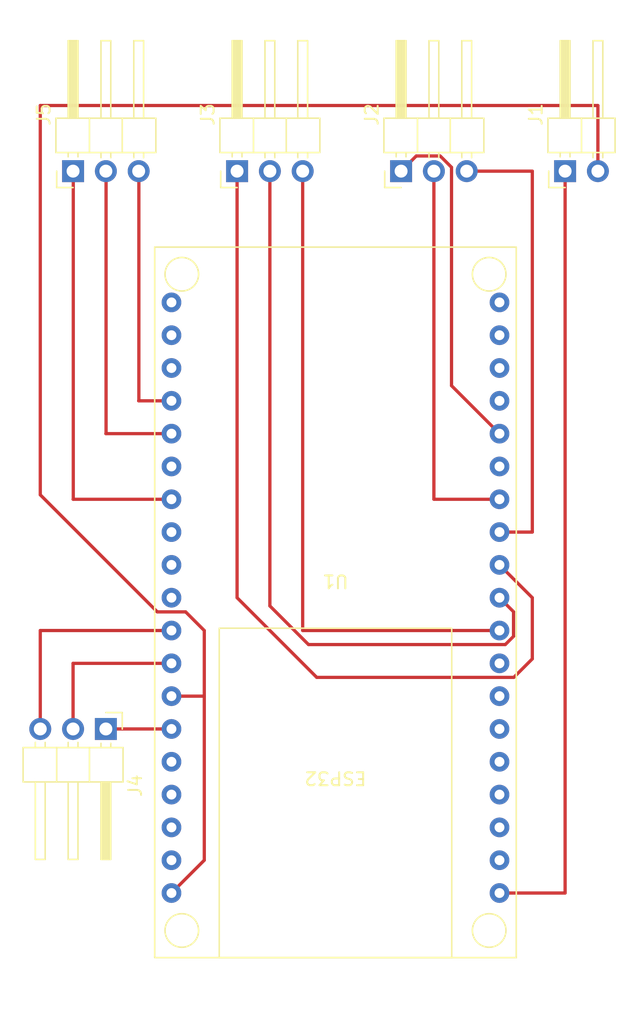
<source format=kicad_pcb>
(kicad_pcb (version 20211014) (generator pcbnew)
  (layers (0 "F.Cu" signal) (31 "B.Cu" signal) (34 "B.Paste" user) (35 "F.Paste" user) (36 "B.SilkS" user "B.Silkscreen") (37 "F.SilkS" user "F.Silkscreen") (38 "B.Mask" user) (39 "F.Mask" user) (44 "Edge.Cuts" user))
  (net 0 "")
  (net 1 "+3.3V")
  (net 2 "GND")
  (net 3 "Net-(J2-Pad1)")
  (net 4 "Net-(J2-Pad2)")
  (net 5 "Net-(J2-Pad3)")
  (net 6 "Net-(J3-Pad1)")
  (net 7 "Net-(J3-Pad2)")
  (net 8 "Net-(J3-Pad3)")
  (net 9 "Net-(J4-Pad1)")
  (net 10 "Net-(J4-Pad2)")
  (net 11 "Net-(J4-Pad3)")
  (net 12 "Net-(J5-Pad1)")
  (net 13 "Net-(J5-Pad2)")
  (net 14 "Net-(J5-Pad3)")
  (footprint "Connector_PinHeader_2.54mm:PinHeader_1x03_P2.54mm_Horizontal" (layer "F.Cu") (at 96.52 35.56 90)
    (fp_text reference "J2" (at 4.385 -2.27 90) (layer "F.SilkS"))
    (fp_text value "RGB_Control_Connector")
    (fp_line (start 1.042929 5.46) (end 1.44 5.46) (layer "F.SilkS") (width 0.12))
    (fp_line (start 4.1 -0.32) (end 10.1 -0.32) (layer "F.SilkS") (width 0.12))
    (fp_line (start 4.1 4.7) (end 10.1 4.7) (layer "F.SilkS") (width 0.12))
    (fp_line (start -1.27 -1.27) (end 0 -1.27) (layer "F.SilkS") (width 0.12))
    (fp_line (start 4.1 2.16) (end 10.1 2.16) (layer "F.SilkS") (width 0.12))
    (fp_line (start 4.1 0.28) (end 10.1 0.28) (layer "F.SilkS") (width 0.12))
    (fp_line (start 1.042929 2.92) (end 1.44 2.92) (layer "F.SilkS") (width 0.12))
    (fp_line (start 4.1 6.41) (end 4.1 -1.33) (layer "F.SilkS") (width 0.12))
    (fp_line (start 1.44 -1.33) (end 1.44 6.41) (layer "F.SilkS") (width 0.12))
    (fp_line (start 1.44 6.41) (end 4.1 6.41) (layer "F.SilkS") (width 0.12))
    (fp_line (start 10.1 4.7) (end 10.1 5.46) (layer "F.SilkS") (width 0.12))
    (fp_line (start 4.1 0.16) (end 10.1 0.16) (layer "F.SilkS") (width 0.12))
    (fp_line (start 1.44 3.81) (end 4.1 3.81) (layer "F.SilkS") (width 0.12))
    (fp_line (start 10.1 2.92) (end 4.1 2.92) (layer "F.SilkS") (width 0.12))
    (fp_line (start 10.1 -0.38) (end 10.1 0.38) (layer "F.SilkS") (width 0.12))
    (fp_line (start 10.1 5.46) (end 4.1 5.46) (layer "F.SilkS") (width 0.12))
    (fp_line (start -1.27 0) (end -1.27 -1.27) (layer "F.SilkS") (width 0.12))
    (fp_line (start 1.44 1.27) (end 4.1 1.27) (layer "F.SilkS") (width 0.12))
    (fp_line (start 1.11 0.38) (end 1.44 0.38) (layer "F.SilkS") (width 0.12))
    (fp_line (start 1.042929 4.7) (end 1.44 4.7) (layer "F.SilkS") (width 0.12))
    (fp_line (start 4.1 -1.33) (end 1.44 -1.33) (layer "F.SilkS") (width 0.12))
    (fp_line (start 4.1 -0.38) (end 10.1 -0.38) (layer "F.SilkS") (width 0.12))
    (fp_line (start 4.1 0.04) (end 10.1 0.04) (layer "F.SilkS") (width 0.12))
    (fp_line (start 1.042929 2.16) (end 1.44 2.16) (layer "F.SilkS") (width 0.12))
    (fp_line (start 10.1 2.16) (end 10.1 2.92) (layer "F.SilkS") (width 0.12))
    (fp_line (start 1.11 -0.38) (end 1.44 -0.38) (layer "F.SilkS") (width 0.12))
    (fp_line (start 10.1 0.38) (end 4.1 0.38) (layer "F.SilkS") (width 0.12))
    (fp_line (start 4.1 -0.08) (end 10.1 -0.08) (layer "F.SilkS") (width 0.12))
    (fp_line (start 4.1 -0.2) (end 10.1 -0.2) (layer "F.SilkS") (width 0.12))
    (pad "1" thru_hole rect (at 0 0 90) (size 1.7 1.7) (drill 1) (layers *.Cu *.Mask) (net 3 "Net-(J2-Pad1)"))
    (pad "2" thru_hole oval (at 0 2.54 90) (size 1.7 1.7) (drill 1) (layers *.Cu *.Mask) (net 4 "Net-(J2-Pad2)"))
    (pad "3" thru_hole oval (at 0 5.08 90) (size 1.7 1.7) (drill 1) (layers *.Cu *.Mask) (net 5 "Net-(J2-Pad3)"))
  )
  (footprint "Connector_PinHeader_2.54mm:PinHeader_1x02_P2.54mm_Horizontal" (layer "F.Cu") (at 109.22 35.56 90)
    (fp_text reference "J1" (at 4.385 -2.27 90) (layer "F.SilkS"))
    (fp_text value "Power_Conn")
    (fp_line (start 1.44 1.27) (end 4.1 1.27) (layer "F.SilkS") (width 0.12))
    (fp_line (start 1.042929 2.92) (end 1.44 2.92) (layer "F.SilkS") (width 0.12))
    (fp_line (start -1.27 0) (end -1.27 -1.27) (layer "F.SilkS") (width 0.12))
    (fp_line (start 10.1 2.92) (end 4.1 2.92) (layer "F.SilkS") (width 0.12))
    (fp_line (start 1.44 -1.33) (end 1.44 3.87) (layer "F.SilkS") (width 0.12))
    (fp_line (start 4.1 -0.08) (end 10.1 -0.08) (layer "F.SilkS") (width 0.12))
    (fp_line (start 4.1 0.16) (end 10.1 0.16) (layer "F.SilkS") (width 0.12))
    (fp_line (start 1.11 0.38) (end 1.44 0.38) (layer "F.SilkS") (width 0.12))
    (fp_line (start 4.1 2.16) (end 10.1 2.16) (layer "F.SilkS") (width 0.12))
    (fp_line (start 4.1 0.04) (end 10.1 0.04) (layer "F.SilkS") (width 0.12))
    (fp_line (start 10.1 -0.38) (end 10.1 0.38) (layer "F.SilkS") (width 0.12))
    (fp_line (start 1.11 -0.38) (end 1.44 -0.38) (layer "F.SilkS") (width 0.12))
    (fp_line (start 4.1 0.28) (end 10.1 0.28) (layer "F.SilkS") (width 0.12))
    (fp_line (start 4.1 -0.32) (end 10.1 -0.32) (layer "F.SilkS") (width 0.12))
    (fp_line (start 4.1 -0.2) (end 10.1 -0.2) (layer "F.SilkS") (width 0.12))
    (fp_line (start -1.27 -1.27) (end 0 -1.27) (layer "F.SilkS") (width 0.12))
    (fp_line (start 1.44 3.87) (end 4.1 3.87) (layer "F.SilkS") (width 0.12))
    (fp_line (start 1.042929 2.16) (end 1.44 2.16) (layer "F.SilkS") (width 0.12))
    (fp_line (start 10.1 0.38) (end 4.1 0.38) (layer "F.SilkS") (width 0.12))
    (fp_line (start 4.1 -1.33) (end 1.44 -1.33) (layer "F.SilkS") (width 0.12))
    (fp_line (start 10.1 2.16) (end 10.1 2.92) (layer "F.SilkS") (width 0.12))
    (fp_line (start 4.1 -0.38) (end 10.1 -0.38) (layer "F.SilkS") (width 0.12))
    (fp_line (start 4.1 3.87) (end 4.1 -1.33) (layer "F.SilkS") (width 0.12))
    (pad "1" thru_hole rect (at 0 0 90) (size 1.7 1.7) (drill 1) (layers *.Cu *.Mask) (net 1 "+3.3V"))
    (pad "2" thru_hole oval (at 0 2.54 90) (size 1.7 1.7) (drill 1) (layers *.Cu *.Mask) (net 2 "GND"))
  )
  (footprint "Connector_PinHeader_2.54mm:PinHeader_1x03_P2.54mm_Horizontal" (layer "F.Cu") (at 73.66 78.74 -90)
    (fp_text reference "J4" (at 4.385 -2.27 90) (layer "F.SilkS"))
    (fp_text value "RGB_Control_Connector")
    (fp_line (start 1.44 1.27) (end 4.1 1.27) (layer "F.SilkS") (width 0.12))
    (fp_line (start 4.1 -0.32) (end 10.1 -0.32) (layer "F.SilkS") (width 0.12))
    (fp_line (start 4.1 -0.2) (end 10.1 -0.2) (layer "F.SilkS") (width 0.12))
    (fp_line (start 4.1 0.04) (end 10.1 0.04) (layer "F.SilkS") (width 0.12))
    (fp_line (start 10.1 4.7) (end 10.1 5.46) (layer "F.SilkS") (width 0.12))
    (fp_line (start 4.1 -0.08) (end 10.1 -0.08) (layer "F.SilkS") (width 0.12))
    (fp_line (start 1.042929 4.7) (end 1.44 4.7) (layer "F.SilkS") (width 0.12))
    (fp_line (start 10.1 2.92) (end 4.1 2.92) (layer "F.SilkS") (width 0.12))
    (fp_line (start -1.27 0) (end -1.27 -1.27) (layer "F.SilkS") (width 0.12))
    (fp_line (start 4.1 0.28) (end 10.1 0.28) (layer "F.SilkS") (width 0.12))
    (fp_line (start 10.1 -0.38) (end 10.1 0.38) (layer "F.SilkS") (width 0.12))
    (fp_line (start 1.042929 5.46) (end 1.44 5.46) (layer "F.SilkS") (width 0.12))
    (fp_line (start 1.44 6.41) (end 4.1 6.41) (layer "F.SilkS") (width 0.12))
    (fp_line (start 10.1 5.46) (end 4.1 5.46) (layer "F.SilkS") (width 0.12))
    (fp_line (start 1.44 -1.33) (end 1.44 6.41) (layer "F.SilkS") (width 0.12))
    (fp_line (start 1.042929 2.92) (end 1.44 2.92) (layer "F.SilkS") (width 0.12))
    (fp_line (start 10.1 2.16) (end 10.1 2.92) (layer "F.SilkS") (width 0.12))
    (fp_line (start 1.042929 2.16) (end 1.44 2.16) (layer "F.SilkS") (width 0.12))
    (fp_line (start 4.1 -0.38) (end 10.1 -0.38) (layer "F.SilkS") (width 0.12))
    (fp_line (start 4.1 -1.33) (end 1.44 -1.33) (layer "F.SilkS") (width 0.12))
    (fp_line (start 1.11 -0.38) (end 1.44 -0.38) (layer "F.SilkS") (width 0.12))
    (fp_line (start 4.1 0.16) (end 10.1 0.16) (layer "F.SilkS") (width 0.12))
    (fp_line (start 4.1 2.16) (end 10.1 2.16) (layer "F.SilkS") (width 0.12))
    (fp_line (start 1.44 3.81) (end 4.1 3.81) (layer "F.SilkS") (width 0.12))
    (fp_line (start 4.1 4.7) (end 10.1 4.7) (layer "F.SilkS") (width 0.12))
    (fp_line (start 10.1 0.38) (end 4.1 0.38) (layer "F.SilkS") (width 0.12))
    (fp_line (start 4.1 6.41) (end 4.1 -1.33) (layer "F.SilkS") (width 0.12))
    (fp_line (start 1.11 0.38) (end 1.44 0.38) (layer "F.SilkS") (width 0.12))
    (fp_line (start -1.27 -1.27) (end 0 -1.27) (layer "F.SilkS") (width 0.12))
    (pad "1" thru_hole rect (at 0 0 270) (size 1.7 1.7) (drill 1) (layers *.Cu *.Mask) (net 9 "Net-(J4-Pad1)"))
    (pad "2" thru_hole oval (at 0 2.54 270) (size 1.7 1.7) (drill 1) (layers *.Cu *.Mask) (net 10 "Net-(J4-Pad2)"))
    (pad "3" thru_hole oval (at 0 5.08 270) (size 1.7 1.7) (drill 1) (layers *.Cu *.Mask) (net 11 "Net-(J4-Pad3)"))
  )
  (footprint "AZ_Delivery:ESP32 NODEMCU" (layer "F.Cu") (at 104.14 91.44 180)
    (fp_text reference "U1" (at 12.7 24.13 180 unlocked) (layer "F.SilkS"))
    (fp_text value "ESP32_NODEMCU")
    (fp_text user "ESP32" (at 12.7 8.89 180 unlocked) (layer "F.SilkS"))
    (fp_rect (start 3.7 -5) (end 21.7 20.5) (layer "F.SilkS") (width 0.12) (fill none))
    (fp_rect (start -1.3 -5) (end 26.7 50) (layer "F.SilkS") (width 0.12) (fill none))
    (fp_circle (center 24.6 -2.9) (end 25.9 -2.9) (layer "F.SilkS") (width 0.12) (fill none))
    (fp_circle (center 24.6 47.9) (end 25.9 47.9) (layer "F.SilkS") (width 0.12) (fill none))
    (fp_circle (center 0.8 -2.9) (end 2.1 -2.9) (layer "F.SilkS") (width 0.12) (fill none))
    (fp_circle (center 0.8 47.9) (end 2.1 47.9) (layer "F.SilkS") (width 0.12) (fill none))
    (pad "1" thru_hole circle (at 25.4 0 180) (size 1.524 1.524) (drill 0.762) (layers *.Cu *.Mask) (net 2 "GND"))
    (pad "2" thru_hole circle (at 25.4 2.54 180) (size 1.524 1.524) (drill 0.762) (layers *.Cu *.Mask))
    (pad "3" thru_hole circle (at 25.4 5.08 180) (size 1.524 1.524) (drill 0.762) (layers *.Cu *.Mask))
    (pad "4" thru_hole circle (at 25.4 7.62 180) (size 1.524 1.524) (drill 0.762) (layers *.Cu *.Mask))
    (pad "5" thru_hole circle (at 25.4 10.16 180) (size 1.524 1.524) (drill 0.762) (layers *.Cu *.Mask))
    (pad "6" thru_hole circle (at 25.4 12.7 180) (size 1.524 1.524) (drill 0.762) (layers *.Cu *.Mask) (net 9 "Net-(J4-Pad1)"))
    (pad "7" thru_hole circle (at 25.4 15.24 180) (size 1.524 1.524) (drill 0.762) (layers *.Cu *.Mask) (net 2 "GND"))
    (pad "8" thru_hole circle (at 25.4 17.78 180) (size 1.524 1.524) (drill 0.762) (layers *.Cu *.Mask) (net 10 "Net-(J4-Pad2)"))
    (pad "9" thru_hole circle (at 25.4 20.32 180) (size 1.524 1.524) (drill 0.762) (layers *.Cu *.Mask) (net 11 "Net-(J4-Pad3)"))
    (pad "10" thru_hole circle (at 25.4 22.86 180) (size 1.524 1.524) (drill 0.762) (layers *.Cu *.Mask))
    (pad "11" thru_hole circle (at 25.4 25.4 180) (size 1.524 1.524) (drill 0.762) (layers *.Cu *.Mask))
    (pad "12" thru_hole circle (at 25.4 27.94 180) (size 1.524 1.524) (drill 0.762) (layers *.Cu *.Mask))
    (pad "13" thru_hole circle (at 25.4 30.48 180) (size 1.524 1.524) (drill 0.762) (layers *.Cu *.Mask) (net 12 "Net-(J5-Pad1)"))
    (pad "14" thru_hole circle (at 25.4 33.02 180) (size 1.524 1.524) (drill 0.762) (layers *.Cu *.Mask))
    (pad "15" thru_hole circle (at 25.4 35.56 180) (size 1.524 1.524) (drill 0.762) (layers *.Cu *.Mask) (net 13 "Net-(J5-Pad2)"))
    (pad "16" thru_hole circle (at 25.4 38.1 180) (size 1.524 1.524) (drill 0.762) (layers *.Cu *.Mask) (net 14 "Net-(J5-Pad3)"))
    (pad "17" thru_hole circle (at 25.4 40.64 180) (size 1.524 1.524) (drill 0.762) (layers *.Cu *.Mask))
    (pad "18" thru_hole circle (at 25.4 43.18 180) (size 1.524 1.524) (drill 0.762) (layers *.Cu *.Mask))
    (pad "19" thru_hole circle (at 25.4 45.72 180) (size 1.524 1.524) (drill 0.762) (layers *.Cu *.Mask))
    (pad "20" thru_hole circle (at 0 45.72 180) (size 1.524 1.524) (drill 0.762) (layers *.Cu *.Mask))
    (pad "21" thru_hole circle (at 0 43.18 180) (size 1.524 1.524) (drill 0.762) (layers *.Cu *.Mask))
    (pad "22" thru_hole circle (at 0 40.64 180) (size 1.524 1.524) (drill 0.762) (layers *.Cu *.Mask))
    (pad "23" thru_hole circle (at 0 38.1 180) (size 1.524 1.524) (drill 0.762) (layers *.Cu *.Mask))
    (pad "24" thru_hole circle (at 0 35.56 180) (size 1.524 1.524) (drill 0.762) (layers *.Cu *.Mask) (net 3 "Net-(J2-Pad1)"))
    (pad "25" thru_hole circle (at 0 33.02 180) (size 1.524 1.524) (drill 0.762) (layers *.Cu *.Mask))
    (pad "26" thru_hole circle (at 0 30.48 180) (size 1.524 1.524) (drill 0.762) (layers *.Cu *.Mask) (net 4 "Net-(J2-Pad2)"))
    (pad "27" thru_hole circle (at 0 27.94 180) (size 1.524 1.524) (drill 0.762) (layers *.Cu *.Mask) (net 5 "Net-(J2-Pad3)"))
    (pad "28" thru_hole circle (at 0 25.4 180) (size 1.524 1.524) (drill 0.762) (layers *.Cu *.Mask) (net 6 "Net-(J3-Pad1)"))
    (pad "29" thru_hole circle (at 0 22.86 180) (size 1.524 1.524) (drill 0.762) (layers *.Cu *.Mask) (net 7 "Net-(J3-Pad2)"))
    (pad "30" thru_hole circle (at 0 20.32 180) (size 1.524 1.524) (drill 0.762) (layers *.Cu *.Mask) (net 8 "Net-(J3-Pad3)"))
    (pad "31" thru_hole circle (at 0 17.78 180) (size 1.524 1.524) (drill 0.762) (layers *.Cu *.Mask))
    (pad "32" thru_hole circle (at 0 15.24 180) (size 1.524 1.524) (drill 0.762) (layers *.Cu *.Mask))
    (pad "33" thru_hole circle (at 0 12.7 180) (size 1.524 1.524) (drill 0.762) (layers *.Cu *.Mask))
    (pad "34" thru_hole circle (at 0 10.16 180) (size 1.524 1.524) (drill 0.762) (layers *.Cu *.Mask))
    (pad "35" thru_hole circle (at 0 7.62 180) (size 1.524 1.524) (drill 0.762) (layers *.Cu *.Mask))
    (pad "36" thru_hole circle (at 0 5.08 180) (size 1.524 1.524) (drill 0.762) (layers *.Cu *.Mask))
    (pad "37" thru_hole circle (at 0 2.54 180) (size 1.524 1.524) (drill 0.762) (layers *.Cu *.Mask))
    (pad "38" thru_hole circle (at 0 0 180) (size 1.524 1.524) (drill 0.762) (layers *.Cu *.Mask) (net 1 "+3.3V"))
  )
  (footprint "Connector_PinHeader_2.54mm:PinHeader_1x03_P2.54mm_Horizontal" (layer "F.Cu") (at 71.12 35.56 90)
    (fp_text reference "J5" (at 4.385 -2.27 90) (layer "F.SilkS"))
    (fp_text value "RGB_Control_Connector")
    (fp_line (start 1.042929 2.92) (end 1.44 2.92) (layer "F.SilkS") (width 0.12))
    (fp_line (start 1.042929 5.46) (end 1.44 5.46) (layer "F.SilkS") (width 0.12))
    (fp_line (start 1.44 6.41) (end 4.1 6.41) (layer "F.SilkS") (width 0.12))
    (fp_line (start 1.44 1.27) (end 4.1 1.27) (layer "F.SilkS") (width 0.12))
    (fp_line (start 10.1 2.92) (end 4.1 2.92) (layer "F.SilkS") (width 0.12))
    (fp_line (start -1.27 -1.27) (end 0 -1.27) (layer "F.SilkS") (width 0.12))
    (fp_line (start 1.11 0.38) (end 1.44 0.38) (layer "F.SilkS") (width 0.12))
    (fp_line (start 4.1 -1.33) (end 1.44 -1.33) (layer "F.SilkS") (width 0.12))
    (fp_line (start 10.1 4.7) (end 10.1 5.46) (layer "F.SilkS") (width 0.12))
    (fp_line (start 4.1 -0.38) (end 10.1 -0.38) (layer "F.SilkS") (width 0.12))
    (fp_line (start 10.1 2.16) (end 10.1 2.92) (layer "F.SilkS") (width 0.12))
    (fp_line (start 4.1 4.7) (end 10.1 4.7) (layer "F.SilkS") (width 0.12))
    (fp_line (start 4.1 -0.2) (end 10.1 -0.2) (layer "F.SilkS") (width 0.12))
    (fp_line (start 4.1 -0.08) (end 10.1 -0.08) (layer "F.SilkS") (width 0.12))
    (fp_line (start 1.042929 4.7) (end 1.44 4.7) (layer "F.SilkS") (width 0.12))
    (fp_line (start 10.1 0.38) (end 4.1 0.38) (layer "F.SilkS") (width 0.12))
    (fp_line (start 4.1 2.16) (end 10.1 2.16) (layer "F.SilkS") (width 0.12))
    (fp_line (start 4.1 6.41) (end 4.1 -1.33) (layer "F.SilkS") (width 0.12))
    (fp_line (start 4.1 0.28) (end 10.1 0.28) (layer "F.SilkS") (width 0.12))
    (fp_line (start 1.44 3.81) (end 4.1 3.81) (layer "F.SilkS") (width 0.12))
    (fp_line (start 1.11 -0.38) (end 1.44 -0.38) (layer "F.SilkS") (width 0.12))
    (fp_line (start 1.042929 2.16) (end 1.44 2.16) (layer "F.SilkS") (width 0.12))
    (fp_line (start 10.1 5.46) (end 4.1 5.46) (layer "F.SilkS") (width 0.12))
    (fp_line (start 4.1 0.16) (end 10.1 0.16) (layer "F.SilkS") (width 0.12))
    (fp_line (start 4.1 0.04) (end 10.1 0.04) (layer "F.SilkS") (width 0.12))
    (fp_line (start 4.1 -0.32) (end 10.1 -0.32) (layer "F.SilkS") (width 0.12))
    (fp_line (start 1.44 -1.33) (end 1.44 6.41) (layer "F.SilkS") (width 0.12))
    (fp_line (start -1.27 0) (end -1.27 -1.27) (layer "F.SilkS") (width 0.12))
    (fp_line (start 10.1 -0.38) (end 10.1 0.38) (layer "F.SilkS") (width 0.12))
    (pad "1" thru_hole rect (at 0 0 90) (size 1.7 1.7) (drill 1) (layers *.Cu *.Mask) (net 12 "Net-(J5-Pad1)"))
    (pad "2" thru_hole oval (at 0 2.54 90) (size 1.7 1.7) (drill 1) (layers *.Cu *.Mask) (net 13 "Net-(J5-Pad2)"))
    (pad "3" thru_hole oval (at 0 5.08 90) (size 1.7 1.7) (drill 1) (layers *.Cu *.Mask) (net 14 "Net-(J5-Pad3)"))
  )
  (footprint "Connector_PinHeader_2.54mm:PinHeader_1x03_P2.54mm_Horizontal" (layer "F.Cu") (at 83.82 35.56 90)
    (fp_text reference "J3" (at 4.385 -2.27 90) (layer "F.SilkS"))
    (fp_text value "RGB_Control_Connector")
    (fp_line (start 1.042929 2.16) (end 1.44 2.16) (layer "F.SilkS") (width 0.12))
    (fp_line (start -1.27 0) (end -1.27 -1.27) (layer "F.SilkS") (width 0.12))
    (fp_line (start 1.44 3.81) (end 4.1 3.81) (layer "F.SilkS") (width 0.12))
    (fp_line (start 1.042929 5.46) (end 1.44 5.46) (layer "F.SilkS") (width 0.12))
    (fp_line (start 10.1 2.16) (end 10.1 2.92) (layer "F.SilkS") (width 0.12))
    (fp_line (start 4.1 2.16) (end 10.1 2.16) (layer "F.SilkS") (width 0.12))
    (fp_line (start 4.1 0.04) (end 10.1 0.04) (layer "F.SilkS") (width 0.12))
    (fp_line (start 4.1 0.28) (end 10.1 0.28) (layer "F.SilkS") (width 0.12))
    (fp_line (start 1.44 -1.33) (end 1.44 6.41) (layer "F.SilkS") (width 0.12))
    (fp_line (start 1.042929 4.7) (end 1.44 4.7) (layer "F.SilkS") (width 0.12))
    (fp_line (start 4.1 -1.33) (end 1.44 -1.33) (layer "F.SilkS") (width 0.12))
    (fp_line (start 10.1 2.92) (end 4.1 2.92) (layer "F.SilkS") (width 0.12))
    (fp_line (start 4.1 0.16) (end 10.1 0.16) (layer "F.SilkS") (width 0.12))
    (fp_line (start 1.44 6.41) (end 4.1 6.41) (layer "F.SilkS") (width 0.12))
    (fp_line (start 10.1 5.46) (end 4.1 5.46) (layer "F.SilkS") (width 0.12))
    (fp_line (start 4.1 -0.08) (end 10.1 -0.08) (layer "F.SilkS") (width 0.12))
    (fp_line (start 10.1 0.38) (end 4.1 0.38) (layer "F.SilkS") (width 0.12))
    (fp_line (start 4.1 4.7) (end 10.1 4.7) (layer "F.SilkS") (width 0.12))
    (fp_line (start 1.042929 2.92) (end 1.44 2.92) (layer "F.SilkS") (width 0.12))
    (fp_line (start 4.1 -0.2) (end 10.1 -0.2) (layer "F.SilkS") (width 0.12))
    (fp_line (start -1.27 -1.27) (end 0 -1.27) (layer "F.SilkS") (width 0.12))
    (fp_line (start 10.1 -0.38) (end 10.1 0.38) (layer "F.SilkS") (width 0.12))
    (fp_line (start 1.11 -0.38) (end 1.44 -0.38) (layer "F.SilkS") (width 0.12))
    (fp_line (start 1.11 0.38) (end 1.44 0.38) (layer "F.SilkS") (width 0.12))
    (fp_line (start 1.44 1.27) (end 4.1 1.27) (layer "F.SilkS") (width 0.12))
    (fp_line (start 4.1 -0.38) (end 10.1 -0.38) (layer "F.SilkS") (width 0.12))
    (fp_line (start 10.1 4.7) (end 10.1 5.46) (layer "F.SilkS") (width 0.12))
    (fp_line (start 4.1 6.41) (end 4.1 -1.33) (layer "F.SilkS") (width 0.12))
    (fp_line (start 4.1 -0.32) (end 10.1 -0.32) (layer "F.SilkS") (width 0.12))
    (pad "1" thru_hole rect (at 0 0 90) (size 1.7 1.7) (drill 1) (layers *.Cu *.Mask) (net 6 "Net-(J3-Pad1)"))
    (pad "2" thru_hole oval (at 0 2.54 90) (size 1.7 1.7) (drill 1) (layers *.Cu *.Mask) (net 7 "Net-(J3-Pad2)"))
    (pad "3" thru_hole oval (at 0 5.08 90) (size 1.7 1.7) (drill 1) (layers *.Cu *.Mask) (net 8 "Net-(J3-Pad3)"))
  )
  (segment (start 109.22 34.855) (end 109.22 91.44) (width 0.25) (layer "F.Cu") (net 1))
  (segment (start 109.22 91.44) (end 104.14 91.44) (width 0.25) (layer "F.Cu") (net 1))
  (segment (start 68.58 30.48) (end 68.58 60.614861) (width 0.25) (layer "F.Cu") (net 2))
  (segment (start 81.28 71.12) (end 81.28 76.2) (width 0.25) (layer "F.Cu") (net 2))
  (segment (start 81.28 76.2) (end 78.74 76.2) (width 0.25) (layer "F.Cu") (net 2))
  (segment (start 79.837431 69.677431) (end 81.28 71.12) (width 0.25) (layer "F.Cu") (net 2))
  (segment (start 111.76 30.48) (end 68.58 30.48) (width 0.25) (layer "F.Cu") (net 2))
  (segment (start 78.74 91.44) (end 81.28 88.9) (width 0.25) (layer "F.Cu") (net 2))
  (segment (start 77.64257 69.677431) (end 79.837431 69.677431) (width 0.25) (layer "F.Cu") (net 2))
  (segment (start 68.58 60.614861) (end 77.64257 69.677431) (width 0.25) (layer "F.Cu") (net 2))
  (segment (start 111.76 35.56) (end 111.76 30.48) (width 0.25) (layer "F.Cu") (net 2))
  (segment (start 81.28 88.9) (end 81.28 76.2) (width 0.25) (layer "F.Cu") (net 2))
  (segment (start 100.425 35.263299) (end 100.425 52.165) (width 0.25) (layer "F.Cu") (net 3))
  (segment (start 100.425 52.165) (end 104.14 55.88) (width 0.25) (layer "F.Cu") (net 3))
  (segment (start 96.52 35.56) (end 97.695 34.385) (width 0.25) (layer "F.Cu") (net 3))
  (segment (start 97.695 34.385) (end 99.546701 34.385) (width 0.25) (layer "F.Cu") (net 3))
  (segment (start 99.546701 34.385) (end 100.425 35.263299) (width 0.25) (layer "F.Cu") (net 3))
  (segment (start 99.06 35.56) (end 99.06 60.96) (width 0.25) (layer "F.Cu") (net 4))
  (segment (start 99.06 60.96) (end 104.14 60.96) (width 0.25) (layer "F.Cu") (net 4))
  (segment (start 106.68 63.5) (end 104.14 63.5) (width 0.25) (layer "F.Cu") (net 5))
  (segment (start 101.6 35.56) (end 106.68 35.56) (width 0.25) (layer "F.Cu") (net 5))
  (segment (start 106.68 35.56) (end 106.68 63.5) (width 0.25) (layer "F.Cu") (net 5))
  (segment (start 106.68 68.58) (end 104.14 66.04) (width 0.25) (layer "F.Cu") (net 6))
  (segment (start 83.82 35.56) (end 83.82 68.58) (width 0.25) (layer "F.Cu") (net 6))
  (segment (start 89.987 74.747) (end 105.247861 74.747) (width 0.25) (layer "F.Cu") (net 6))
  (segment (start 83.82 68.58) (end 89.987 74.747) (width 0.25) (layer "F.Cu") (net 6))
  (segment (start 106.68 73.314861) (end 106.68 68.58) (width 0.25) (layer "F.Cu") (net 6))
  (segment (start 105.247861 74.747) (end 106.68 73.314861) (width 0.25) (layer "F.Cu") (net 6))
  (segment (start 105.227 71.570251) (end 105.227 69.667) (width 0.25) (layer "F.Cu") (net 7))
  (segment (start 86.36 35.56) (end 86.36 69.216396) (width 0.25) (layer "F.Cu") (net 7))
  (segment (start 86.36 69.216396) (end 89.350604 72.207) (width 0.25) (layer "F.Cu") (net 7))
  (segment (start 104.590251 72.207) (end 105.227 71.570251) (width 0.25) (layer "F.Cu") (net 7))
  (segment (start 89.350604 72.207) (end 104.590251 72.207) (width 0.25) (layer "F.Cu") (net 7))
  (segment (start 105.227 69.667) (end 104.14 68.58) (width 0.25) (layer "F.Cu") (net 7))
  (segment (start 88.9 71.12) (end 104.14 71.12) (width 0.25) (layer "F.Cu") (net 8))
  (segment (start 88.9 35.56) (end 88.9 71.12) (width 0.25) (layer "F.Cu") (net 8))
  (segment (start 73.66 78.74) (end 78.74 78.74) (width 0.25) (layer "F.Cu") (net 9))
  (segment (start 71.12 78.74) (end 71.12 73.66) (width 0.25) (layer "F.Cu") (net 10))
  (segment (start 71.12 73.66) (end 78.74 73.66) (width 0.25) (layer "F.Cu") (net 10))
  (segment (start 68.58 71.12) (end 78.74 71.12) (width 0.25) (layer "F.Cu") (net 11))
  (segment (start 68.58 78.74) (end 68.58 71.12) (width 0.25) (layer "F.Cu") (net 11))
  (segment (start 71.15 60.96) (end 78.74 60.96) (width 0.25) (layer "F.Cu") (net 12))
  (segment (start 71.135 34.855) (end 71.135 60.945) (width 0.25) (layer "F.Cu") (net 12))
  (segment (start 71.135 60.945) (end 71.15 60.96) (width 0.25) (layer "F.Cu") (net 12))
  (segment (start 71.135 60.945) (end 71.12 60.96) (width 0.25) (layer "F.Cu") (net 12))
  (segment (start 73.675 55.865) (end 73.66 55.88) (width 0.25) (layer "F.Cu") (net 13))
  (segment (start 73.66 55.88) (end 78.74 55.88) (width 0.25) (layer "F.Cu") (net 13))
  (segment (start 73.675 34.855) (end 73.675 55.865) (width 0.25) (layer "F.Cu") (net 13))
  (segment (start 76.215 53.325) (end 76.215 34.855) (width 0.25) (layer "F.Cu") (net 14))
  (segment (start 76.2 53.34) (end 76.215 53.325) (width 0.25) (layer "F.Cu") (net 14))
  (segment (start 78.74 53.34) (end 76.2 53.34) (width 0.25) (layer "F.Cu") (net 14))
)
</source>
